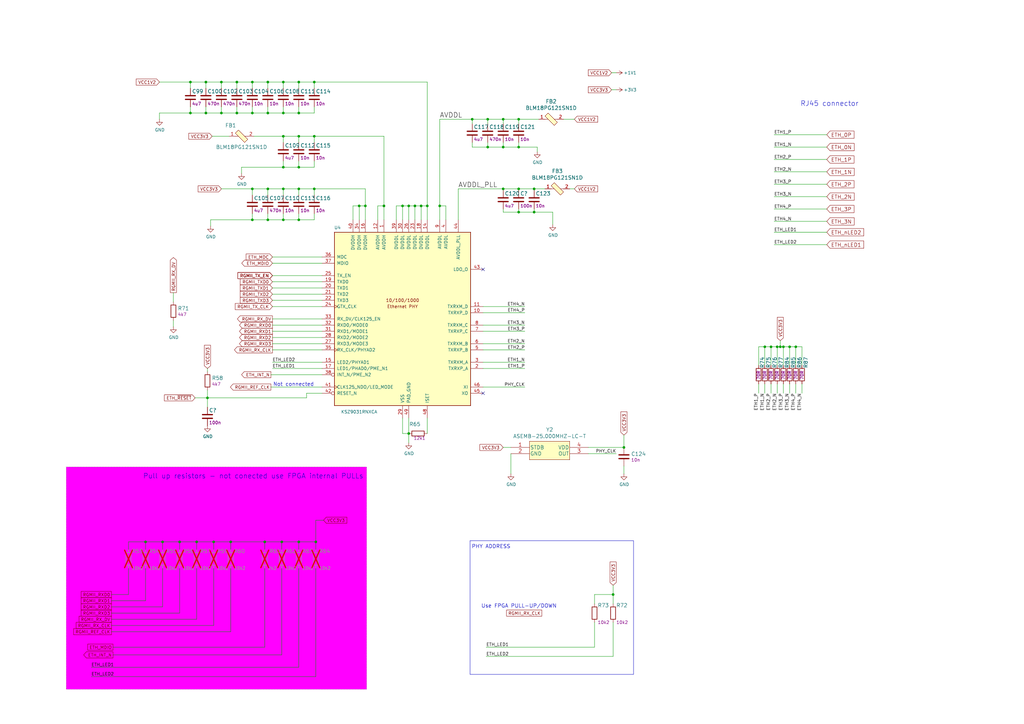
<source format=kicad_sch>
(kicad_sch (version 20231120) (generator "eeschema") (generator_version "8.0")
  (paper "A3")
  (title_block (title "${project_name}") (date "2025-03-12") (rev "${project_version}") (company "${project_creator}") (comment 1 "Reference - ecp5-dc-scm") (comment 2 "License: ${project_license}"))
  (junction (at 103.505 90.17))
  (junction (at 78.105 33.655))
  (junction (at 219.075 86.995))
  (junction (at 321.31 142.24))
  (junction (at 94.615 222.25))
  (junction (at 116.205 46.355))
  (junction (at 122.555 222.25))
  (junction (at 167.64 84.455))
  (junction (at 122.555 55.88))
  (junction (at 172.72 84.455))
  (junction (at 85.09 163.195))
  (junction (at 318.77 142.24))
  (junction (at 73.66 222.25))
  (junction (at 147.32 84.455))
  (junction (at 320.04 142.24))
  (junction (at 116.205 68.58))
  (junction (at 87.63 222.25))
  (junction (at 122.555 77.47))
  (junction (at 109.855 33.655))
  (junction (at 122.555 68.58))
  (junction (at 200.025 48.895))
  (junction (at 128.905 33.655))
  (junction (at 116.205 55.88))
  (junction (at 167.64 177.8))
  (junction (at 122.555 46.355))
  (junction (at 212.725 77.47))
  (junction (at 212.725 60.325))
  (junction (at 108.585 222.25))
  (junction (at 78.105 46.355))
  (junction (at 219.075 77.47))
  (junction (at 103.505 46.355))
  (junction (at 84.455 33.655))
  (junction (at 122.555 90.17))
  (junction (at 90.805 46.355))
  (junction (at 165.1 84.455))
  (junction (at 115.57 222.25))
  (junction (at 149.86 84.455))
  (junction (at 180.34 84.455))
  (junction (at 200.025 60.325))
  (junction (at 212.725 48.895))
  (junction (at 116.205 77.47))
  (junction (at 109.855 90.17))
  (junction (at 251.46 243.84))
  (junction (at 129.54 222.25))
  (junction (at 66.675 222.25))
  (junction (at 109.855 77.47))
  (junction (at 122.555 33.655))
  (junction (at 103.505 77.47))
  (junction (at 326.39 142.24))
  (junction (at 313.69 142.24))
  (junction (at 90.805 33.655))
  (junction (at 128.905 55.88))
  (junction (at 97.155 33.655))
  (junction (at 193.675 48.895))
  (junction (at 175.26 84.455))
  (junction (at 97.155 46.355))
  (junction (at 84.455 46.355))
  (junction (at 103.505 33.655))
  (junction (at 80.645 222.25))
  (junction (at 212.725 86.995))
  (junction (at 116.205 33.655))
  (junction (at 323.85 142.24))
  (junction (at 59.69 222.25))
  (junction (at 128.905 77.47))
  (junction (at 206.375 77.47))
  (junction (at 316.23 142.24))
  (junction (at 206.375 48.895))
  (junction (at 255.905 183.515))
  (junction (at 170.18 84.455))
  (junction (at 116.205 90.17))
  (junction (at 109.855 46.355))
  (junction (at 206.375 60.325))
  (junction (at 157.48 84.455))
  (no_connect (at 198.12 110.49))
  (no_connect (at 198.12 161.29))
  (wire (pts (xy 175.26 171.45) (xy 175.26 177.8)))
  (wire (pts (xy 165.1 177.8) (xy 167.64 177.8)))
  (wire (pts (xy 323.85 157.48) (xy 323.85 161.29)))
  (wire (pts (xy 132.08 133.35) (xy 111.76 133.35)))
  (wire (pts (xy 157.48 55.88) (xy 157.48 84.455)))
  (wire (pts (xy 193.675 60.325) (xy 193.675 58.42)))
  (wire (pts (xy 97.155 46.355) (xy 90.805 46.355)))
  (wire (pts (xy 132.08 153.67) (xy 111.125 153.67)))
  (wire (pts (xy 85.09 151.13) (xy 85.09 152.4)))
  (wire (pts (xy 109.855 46.355) (xy 103.505 46.355)))
  (wire (pts (xy 109.855 43.815) (xy 109.855 46.355)))
  (wire (pts (xy 165.1 84.455) (xy 162.56 84.455)))
  (wire (pts (xy 87.63 256.54) (xy 45.72 256.54)))
  (wire (pts (xy 162.56 84.455) (xy 162.56 90.17)))
  (wire (pts (xy 175.26 33.655) (xy 175.26 84.455)))
  (wire (pts (xy 193.675 48.895) (xy 200.025 48.895)))
  (wire (pts (xy 94.615 222.25) (xy 108.585 222.25)))
  (wire (pts (xy 317.5 55.245) (xy 339.09 55.245)))
  (wire (pts (xy 157.48 90.17) (xy 157.48 84.455)))
  (wire (pts (xy 206.375 77.47) (xy 212.725 77.47)))
  (wire (pts (xy 116.205 68.58) (xy 99.06 68.58)))
  (wire (pts (xy 209.55 186.055) (xy 209.55 194.31)))
  (wire (pts (xy 321.31 142.24) (xy 323.85 142.24)))
  (wire (pts (xy 129.54 222.25) (xy 129.54 213.36)))
  (wire (pts (xy 59.69 222.25) (xy 52.705 222.25)))
  (wire (pts (xy 241.3 186.055) (xy 252.73 186.055)))
  (wire (pts (xy 84.455 43.815) (xy 84.455 46.355)))
  (wire (pts (xy 122.555 55.88) (xy 116.205 55.88)))
  (wire (pts (xy 311.15 149.86) (xy 311.15 142.24)))
  (wire (pts (xy 128.905 43.815) (xy 128.905 46.355)))
  (wire (pts (xy 219.075 85.725) (xy 219.075 86.995)))
  (wire (pts (xy 128.905 77.47) (xy 122.555 77.47)))
  (wire (pts (xy 316.23 142.24) (xy 316.23 149.86)))
  (wire (pts (xy 219.075 78.105) (xy 219.075 77.47)))
  (wire (pts (xy 108.585 233.045) (xy 108.585 265.43)))
  (wire (pts (xy 66.675 233.045) (xy 66.675 248.92)))
  (wire (pts (xy 132.08 138.43) (xy 111.76 138.43)))
  (wire (pts (xy 86.36 90.17) (xy 86.36 92.71)))
  (wire (pts (xy 320.04 142.24) (xy 321.31 142.24)))
  (wire (pts (xy 328.93 157.48) (xy 328.93 161.29)))
  (wire (pts (xy 187.96 90.17) (xy 187.96 77.47)))
  (wire (pts (xy 241.3 183.515) (xy 255.905 183.515)))
  (wire (pts (xy 128.905 87.63) (xy 128.905 90.17)))
  (wire (pts (xy 219.075 77.47) (xy 223.52 77.47)))
  (wire (pts (xy 115.57 268.605) (xy 46.355 268.605)))
  (wire (pts (xy 175.26 84.455) (xy 172.72 84.455)))
  (wire (pts (xy 206.375 78.105) (xy 206.375 77.47)))
  (wire (pts (xy 215.265 135.89) (xy 198.12 135.89)))
  (wire (pts (xy 317.5 60.325) (xy 339.09 60.325)))
  (wire (pts (xy 182.88 84.455) (xy 180.34 84.455)))
  (wire (pts (xy 219.075 86.995) (xy 226.695 86.995)))
  (wire (pts (xy 111.76 135.89) (xy 132.08 135.89)))
  (wire (pts (xy 46.355 265.43) (xy 108.585 265.43)))
  (wire (pts (xy 200.025 60.325) (xy 206.375 60.325)))
  (wire (pts (xy 180.34 90.17) (xy 180.34 84.455)))
  (wire (pts (xy 167.64 171.45) (xy 167.64 177.8)))
  (wire (pts (xy 116.205 77.47) (xy 109.855 77.47)))
  (wire (pts (xy 215.265 125.73) (xy 198.12 125.73)))
  (wire (pts (xy 147.32 90.17) (xy 147.32 84.455)))
  (wire (pts (xy 115.57 222.25) (xy 122.555 222.25)))
  (wire (pts (xy 165.1 171.45) (xy 165.1 177.8)))
  (wire (pts (xy 125.73 161.29) (xy 125.73 163.195)))
  (wire (pts (xy 215.265 143.51) (xy 198.12 143.51)))
  (wire (pts (xy 94.615 222.25) (xy 87.63 222.25)))
  (wire (pts (xy 37.465 273.685) (xy 122.555 273.685)))
  (wire (pts (xy 52.705 222.25) (xy 52.705 225.425)))
  (wire (pts (xy 317.5 75.565) (xy 339.09 75.565)))
  (wire (pts (xy 215.265 148.59) (xy 198.12 148.59)))
  (wire (pts (xy 175.26 33.655) (xy 128.905 33.655)))
  (wire (pts (xy 122.555 87.63) (xy 122.555 90.17)))
  (wire (pts (xy 206.375 48.895) (xy 206.375 50.8)))
  (wire (pts (xy 328.93 142.24) (xy 328.93 149.86)))
  (wire (pts (xy 198.12 158.75) (xy 215.265 158.75)))
  (wire (pts (xy 157.48 55.88) (xy 128.905 55.88)))
  (wire (pts (xy 180.34 48.895) (xy 193.675 48.895)))
  (wire (pts (xy 80.645 233.045) (xy 80.645 254)))
  (wire (pts (xy 80.01 163.195) (xy 85.09 163.195)))
  (wire (pts (xy 115.57 225.425) (xy 115.57 222.25)))
  (wire (pts (xy 73.66 225.425) (xy 73.66 222.25)))
  (wire (pts (xy 215.265 140.97) (xy 198.12 140.97)))
  (wire (pts (xy 85.09 163.195) (xy 125.73 163.195)))
  (wire (pts (xy 122.555 55.88) (xy 122.555 58.42)))
  (wire (pts (xy 45.72 251.46) (xy 73.66 251.46)))
  (wire (pts (xy 132.08 148.59) (xy 111.76 148.59)))
  (wire (pts (xy 323.85 142.24) (xy 326.39 142.24)))
  (wire (pts (xy 326.39 142.24) (xy 328.93 142.24)))
  (wire (pts (xy 73.66 222.25) (xy 66.675 222.25)))
  (wire (pts (xy 78.105 46.355) (xy 65.405 46.355)))
  (wire (pts (xy 187.96 77.47) (xy 206.375 77.47)))
  (wire (pts (xy 73.66 222.25) (xy 80.645 222.25)))
  (wire (pts (xy 116.205 66.04) (xy 116.205 68.58)))
  (wire (pts (xy 94.615 225.425) (xy 94.615 222.25)))
  (wire (pts (xy 116.205 77.47) (xy 116.205 80.01)))
  (wire (pts (xy 122.555 90.17) (xy 128.905 90.17)))
  (wire (pts (xy 103.505 43.815) (xy 103.505 46.355)))
  (wire (pts (xy 243.84 243.84) (xy 243.84 247.65)))
  (wire (pts (xy 170.18 84.455) (xy 167.64 84.455)))
  (wire (pts (xy 311.15 157.48) (xy 311.15 161.29)))
  (wire (pts (xy 206.375 48.895) (xy 212.725 48.895)))
  (wire (pts (xy 93.98 55.88) (xy 86.995 55.88)))
  (wire (pts (xy 80.645 222.25) (xy 80.645 225.425)))
  (wire (pts (xy 80.645 254) (xy 45.72 254)))
  (wire (pts (xy 59.69 233.045) (xy 59.69 246.38)))
  (wire (pts (xy 94.615 233.045) (xy 94.615 259.08)))
  (wire (pts (xy 116.205 46.355) (xy 109.855 46.355)))
  (wire (pts (xy 122.555 77.47) (xy 116.205 77.47)))
  (wire (pts (xy 78.105 33.655) (xy 78.105 36.195)))
  (wire (pts (xy 84.455 46.355) (xy 78.105 46.355)))
  (wire (pts (xy 116.205 55.88) (xy 116.205 58.42)))
  (wire (pts (xy 99.06 68.58) (xy 99.06 71.12)))
  (wire (pts (xy 90.805 33.655) (xy 84.455 33.655)))
  (wire (pts (xy 149.86 77.47) (xy 149.86 84.455)))
  (wire (pts (xy 45.72 248.92) (xy 66.675 248.92)))
  (wire (pts (xy 122.555 222.25) (xy 122.555 225.425)))
  (wire (pts (xy 116.205 90.17) (xy 109.855 90.17)))
  (wire (pts (xy 320.04 139.7) (xy 320.04 142.24)))
  (wire (pts (xy 212.725 85.725) (xy 212.725 86.995)))
  (wire (pts (xy 313.69 142.24) (xy 313.69 149.86)))
  (wire (pts (xy 109.855 77.47) (xy 103.505 77.47)))
  (wire (pts (xy 212.725 86.995) (xy 219.075 86.995)))
  (wire (pts (xy 193.675 60.325) (xy 200.025 60.325)))
  (wire (pts (xy 193.675 50.8) (xy 193.675 48.895)))
  (wire (pts (xy 78.105 43.815) (xy 78.105 46.355)))
  (wire (pts (xy 132.08 158.75) (xy 111.125 158.75)))
  (wire (pts (xy 212.725 50.8) (xy 212.725 48.895)))
  (wire (pts (xy 108.585 225.425) (xy 108.585 222.25)))
  (wire (pts (xy 132.08 161.29) (xy 125.73 161.29)))
  (wire (pts (xy 255.905 191.135) (xy 255.905 194.31)))
  (wire (pts (xy 116.205 33.655) (xy 116.205 36.195)))
  (wire (pts (xy 212.725 48.895) (xy 220.98 48.895)))
  (wire (pts (xy 317.5 65.405) (xy 339.09 65.405)))
  (wire (pts (xy 323.85 142.24) (xy 323.85 149.86)))
  (wire (pts (xy 199.39 265.43) (xy 243.84 265.43)))
  (wire (pts (xy 111.76 118.11) (xy 132.08 118.11)))
  (wire (pts (xy 212.725 60.325) (xy 212.725 58.42)))
  (wire (pts (xy 200.025 48.895) (xy 206.375 48.895)))
  (wire (pts (xy 37.465 277.495) (xy 129.54 277.495)))
  (wire (pts (xy 84.455 33.655) (xy 78.105 33.655)))
  (wire (pts (xy 45.72 246.38) (xy 59.69 246.38)))
  (wire (pts (xy 66.675 222.25) (xy 59.69 222.25)))
  (wire (pts (xy 317.5 85.725) (xy 339.09 85.725)))
  (wire (pts (xy 128.905 33.655) (xy 128.905 36.195)))
  (wire (pts (xy 182.88 90.17) (xy 182.88 84.455)))
  (wire (pts (xy 122.555 43.815) (xy 122.555 46.355)))
  (wire (pts (xy 317.5 80.645) (xy 339.09 80.645)))
  (wire (pts (xy 94.615 259.08) (xy 45.72 259.08)))
  (wire (pts (xy 128.905 33.655) (xy 122.555 33.655)))
  (wire (pts (xy 144.78 84.455) (xy 144.78 90.17)))
  (wire (pts (xy 103.505 46.355) (xy 97.155 46.355)))
  (wire (pts (xy 103.505 77.47) (xy 90.805 77.47)))
  (wire (pts (xy 80.645 222.25) (xy 87.63 222.25)))
  (wire (pts (xy 255.905 183.515) (xy 255.905 178.435)))
  (wire (pts (xy 122.555 77.47) (xy 122.555 80.01)))
  (wire (pts (xy 316.23 157.48) (xy 316.23 161.29)))
  (wire (pts (xy 97.155 43.815) (xy 97.155 46.355)))
  (wire (pts (xy 122.555 68.58) (xy 128.905 68.58)))
  (wire (pts (xy 167.64 84.455) (xy 165.1 84.455)))
  (wire (pts (xy 78.105 33.655) (xy 65.405 33.655)))
  (wire (pts (xy 251.46 240.03) (xy 251.46 243.84)))
  (wire (pts (xy 128.905 55.88) (xy 128.905 58.42)))
  (wire (pts (xy 215.265 133.35) (xy 198.12 133.35)))
  (wire (pts (xy 206.375 86.995) (xy 212.725 86.995)))
  (wire (pts (xy 206.375 85.725) (xy 206.375 86.995)))
  (wire (pts (xy 111.76 105.41) (xy 132.08 105.41)))
  (wire (pts (xy 52.705 233.045) (xy 52.705 243.84)))
  (wire (pts (xy 250.825 29.845) (xy 252.73 29.845)))
  (wire (pts (xy 132.08 115.57) (xy 111.76 115.57)))
  (wire (pts (xy 212.725 78.105) (xy 212.725 77.47)))
  (wire (pts (xy 321.31 157.48) (xy 321.31 161.29)))
  (wire (pts (xy 132.08 143.51) (xy 111.76 143.51)))
  (wire (pts (xy 199.39 269.24) (xy 251.46 269.24)))
  (wire (pts (xy 167.64 90.17) (xy 167.64 84.455)))
  (wire (pts (xy 52.705 243.84) (xy 45.72 243.84)))
  (wire (pts (xy 128.905 77.47) (xy 128.905 80.01)))
  (wire (pts (xy 318.77 157.48) (xy 318.77 161.29)))
  (wire (pts (xy 122.555 46.355) (xy 116.205 46.355)))
  (wire (pts (xy 180.34 84.455) (xy 180.34 48.895)))
  (wire (pts (xy 321.31 142.24) (xy 321.31 149.86)))
  (wire (pts (xy 318.77 142.24) (xy 318.77 149.86)))
  (wire (pts (xy 122.555 222.25) (xy 129.54 222.25)))
  (wire (pts (xy 111.76 151.13) (xy 132.08 151.13)))
  (wire (pts (xy 122.555 233.045) (xy 122.555 273.685)))
  (wire (pts (xy 128.905 66.04) (xy 128.905 68.58)))
  (wire (pts (xy 109.855 87.63) (xy 109.855 90.17)))
  (wire (pts (xy 97.155 33.655) (xy 97.155 36.195)))
  (wire (pts (xy 85.09 160.02) (xy 85.09 163.195)))
  (wire (pts (xy 109.855 33.655) (xy 109.855 36.195)))
  (wire (pts (xy 313.69 157.48) (xy 313.69 161.29)))
  (wire (pts (xy 109.855 33.655) (xy 116.205 33.655)))
  (wire (pts (xy 132.08 107.95) (xy 111.76 107.95)))
  (wire (pts (xy 250.825 36.83) (xy 252.73 36.83)))
  (wire (pts (xy 84.455 33.655) (xy 84.455 36.195)))
  (wire (pts (xy 90.805 43.815) (xy 90.805 46.355)))
  (wire (pts (xy 154.94 84.455) (xy 157.48 84.455)))
  (wire (pts (xy 172.72 90.17) (xy 172.72 84.455)))
  (wire (pts (xy 115.57 233.045) (xy 115.57 268.605)))
  (wire (pts (xy 71.12 120.015) (xy 71.12 123.825)))
  (wire (pts (xy 129.54 222.25) (xy 129.54 225.425)))
  (wire (pts (xy 243.84 265.43) (xy 243.84 255.27)))
  (wire (pts (xy 317.5 100.33) (xy 339.09 100.33)))
  (wire (pts (xy 115.57 222.25) (xy 108.585 222.25)))
  (wire (pts (xy 317.5 95.25) (xy 339.09 95.25)))
  (wire (pts (xy 87.63 233.045) (xy 87.63 256.54)))
  (wire (pts (xy 147.32 84.455) (xy 144.78 84.455)))
  (wire (pts (xy 59.69 222.25) (xy 59.69 225.425)))
  (wire (pts (xy 128.905 55.88) (xy 122.555 55.88)))
  (wire (pts (xy 149.86 90.17) (xy 149.86 84.455)))
  (wire (pts (xy 129.54 213.36) (xy 132.715 213.36)))
  (wire (pts (xy 311.15 142.24) (xy 313.69 142.24)))
  (wire (pts (xy 103.505 90.17) (xy 86.36 90.17)))
  (wire (pts (xy 233.68 77.47) (xy 235.585 77.47)))
  (wire (pts (xy 116.205 87.63) (xy 116.205 90.17)))
  (wire (pts (xy 251.46 243.84) (xy 251.46 247.65)))
  (wire (pts (xy 317.5 90.805) (xy 339.09 90.805)))
  (wire (pts (xy 90.805 46.355) (xy 84.455 46.355)))
  (wire (pts (xy 109.855 77.47) (xy 109.855 80.01)))
  (wire (pts (xy 116.205 68.58) (xy 122.555 68.58)))
  (wire (pts (xy 116.205 43.815) (xy 116.205 46.355)))
  (wire (pts (xy 116.205 55.88) (xy 104.14 55.88)))
  (wire (pts (xy 326.39 157.48) (xy 326.39 161.29)))
  (wire (pts (xy 226.695 86.995) (xy 226.695 92.075)))
  (wire (pts (xy 243.84 243.84) (xy 251.46 243.84)))
  (wire (pts (xy 215.265 128.27) (xy 198.12 128.27)))
  (wire (pts (xy 73.66 233.045) (xy 73.66 251.46)))
  (wire (pts (xy 129.54 233.045) (xy 129.54 277.495)))
  (wire (pts (xy 149.86 77.47) (xy 128.905 77.47)))
  (wire (pts (xy 116.205 33.655) (xy 122.555 33.655)))
  (wire (pts (xy 165.1 90.17) (xy 165.1 84.455)))
  (wire (pts (xy 85.09 163.195) (xy 85.09 167.005)))
  (wire (pts (xy 212.725 77.47) (xy 219.075 77.47)))
  (wire (pts (xy 206.375 58.42) (xy 206.375 60.325)))
  (wire (pts (xy 128.905 46.355) (xy 122.555 46.355)))
  (wire (pts (xy 90.805 33.655) (xy 90.805 36.195)))
  (wire (pts (xy 111.76 140.97) (xy 132.08 140.97)))
  (wire (pts (xy 65.405 46.355) (xy 65.405 48.895)))
  (wire (pts (xy 170.18 90.17) (xy 170.18 84.455)))
  (wire (pts (xy 103.505 77.47) (xy 103.505 80.01)))
  (wire (pts (xy 200.025 58.42) (xy 200.025 60.325)))
  (wire (pts (xy 167.64 177.8) (xy 167.64 181.61)))
  (wire (pts (xy 206.375 183.515) (xy 209.55 183.515)))
  (wire (pts (xy 103.505 33.655) (xy 109.855 33.655)))
  (wire (pts (xy 212.725 60.325) (xy 220.345 60.325)))
  (wire (pts (xy 149.86 84.455) (xy 147.32 84.455)))
  (wire (pts (xy 103.505 33.655) (xy 103.505 36.195)))
  (wire (pts (xy 111.76 113.03) (xy 132.08 113.03)))
  (wire (pts (xy 132.08 120.65) (xy 111.76 120.65)))
  (wire (pts (xy 109.855 90.17) (xy 103.505 90.17)))
  (wire (pts (xy 154.94 90.17) (xy 154.94 84.455)))
  (wire (pts (xy 200.025 50.8) (xy 200.025 48.895)))
  (wire (pts (xy 172.72 84.455) (xy 170.18 84.455)))
  (wire (pts (xy 215.265 151.13) (xy 198.12 151.13)))
  (wire (pts (xy 231.14 48.895) (xy 235.585 48.895)))
  (wire (pts (xy 220.345 60.325) (xy 220.345 62.23)))
  (wire (pts (xy 71.12 131.445) (xy 71.12 133.985)))
  (wire (pts (xy 122.555 90.17) (xy 116.205 90.17)))
  (wire (pts (xy 313.69 142.24) (xy 316.23 142.24)))
  (wire (pts (xy 316.23 142.24) (xy 318.77 142.24)))
  (wire (pts (xy 317.5 70.485) (xy 339.09 70.485)))
  (wire (pts (xy 103.505 87.63) (xy 103.505 90.17)))
  (wire (pts (xy 175.26 90.17) (xy 175.26 84.455)))
  (wire (pts (xy 251.46 269.24) (xy 251.46 255.27)))
  (wire (pts (xy 326.39 142.24) (xy 326.39 149.86)))
  (wire (pts (xy 97.155 33.655) (xy 103.505 33.655)))
  (wire (pts (xy 87.63 222.25) (xy 87.63 225.425)))
  (wire (pts (xy 206.375 60.325) (xy 212.725 60.325)))
  (wire (pts (xy 132.08 125.73) (xy 111.76 125.73)))
  (wire (pts (xy 122.555 66.04) (xy 122.555 68.58)))
  (wire (pts (xy 97.155 33.655) (xy 90.805 33.655)))
  (wire (pts (xy 122.555 33.655) (xy 122.555 36.195)))
  (wire (pts (xy 111.76 130.81) (xy 132.08 130.81)))
  (wire (pts (xy 66.675 225.425) (xy 66.675 222.25)))
  (wire (pts (xy 111.76 123.19) (xy 132.08 123.19)))
  (wire (pts (xy 318.77 142.24) (xy 320.04 142.24)))
  (rectangle (start 27.178 191.516) (end 150.368 282.702) (stroke (width 0) (type dot) (color 0 0 0 1)) (fill (type color) (color 255 0 255 1)))
  (rectangle (start 192.786 221.742) (end 259.842 276.606))
  (text "Pull up resistors - not conected use FPGA internal PULLs" (at 58.674 196.596 0) (effects (font (size 2.0066 2.0066)) (justify left bottom)))
  (text "PHY ADDRESS" (at 201.422 224.282 0) (effects (font (size 1.524 1.524))))
  (text "RJ45 connector" (at 328.295 43.815 0) (effects (font (size 2.0066 2.0066)) (justify left bottom)))
  (text "Not connected" (at 120.396 157.734 0) (effects (font (size 1.524 1.524))))
  (text "Use FPGA PULL-UP/DOWN" (at 212.852 248.666 0) (effects (font (size 1.524 1.524))))
  (label "ETH4_P" (at 326.39 161.29 270))
  (label "ETH2_N" (at 318.77 161.29 270))
  (label "ETH_LED2" (at 111.76 148.59 0))
  (label "ETH1_N" (at 215.265 148.59 180))
  (label "ETH_LED2" (at 317.5 100.33 0))
  (label "ETH4_P" (at 215.265 128.27 180))
  (label "ETH4_N" (at 328.93 161.29 270))
  (label "ETH4_N" (at 215.265 125.73 180))
  (label "ETH2_N" (at 317.5 70.485 0))
  (label "ETH4_N" (at 317.5 90.805 0))
  (label "ETH_LED1" (at 111.76 151.13 0))
  (label "ETH2_P" (at 316.23 161.29 270))
  (label "ETH2_N" (at 215.265 140.97 180))
  (label "ETH1_N" (at 317.5 60.325 0))
  (label "ETH_LED2" (at 199.39 269.24 0))
  (label "PHY_CLK" (at 215.265 158.75 180))
  (label "ETH2_P" (at 215.265 143.51 180))
  (label "AVDDL" (at 180.34 48.895 0) (effects (font (size 2.0066 2.0066))))
  (label "ETH4_P" (at 317.5 85.725 0))
  (label "ETH3_N" (at 323.85 161.29 270))
  (label "ETH1_P" (at 317.5 55.245 0))
  (label "ETH_LED1" (at 317.5 95.25 0))
  (label "ETH1_P" (at 215.265 151.13 180))
  (label "ETH1_N" (at 313.69 161.29 270))
  (label "AVDDL_PLL" (at 187.96 77.47 0) (effects (font (size 2.0066 2.0066))))
  (label "ETH_LED1" (at 37.465 273.685 0))
  (label "ETH3_N" (at 215.265 133.35 180))
  (label "ETH_LED2" (at 37.465 277.495 0))
  (label "ETH2_P" (at 317.5 65.405 0))
  (label "ETH1_P" (at 311.15 161.29 270))
  (label "ETH3_P" (at 317.5 75.565 0))
  (label "ETH3_N" (at 317.5 80.645 0))
  (label "PHY_CLK" (at 252.73 186.055 180))
  (label "ETH3_P" (at 321.31 161.29 270))
  (label "ETH_LED1" (at 199.39 265.43 0))
  (label "ETH3_P" (at 215.265 135.89 180))
  (global_label "RGMII_REF_CLK" (shape output) (at 111.125 158.75 180) (property "Intersheetrefs" "${INTERSHEET_REFS}" (effects (hide yes))))
  (global_label "VCC3V3" (shape input) (at 86.995 55.88 180) (property "Intersheetrefs" "${INTERSHEET_REFS}" (effects (hide yes))))
  (global_label "ETH_0N" (shape input) (at 339.09 60.325 0) (effects (font (size 1.524 1.524))) (property "Intersheetrefs" "${INTERSHEET_REFS}" (effects (hide yes))))
  (global_label "ETH_0P" (shape input) (at 339.09 55.245 0) (effects (font (size 1.524 1.524))) (property "Intersheetrefs" "${INTERSHEET_REFS}" (effects (hide yes))))
  (global_label "RGMII_RX_CLK" (shape passive) (at 222.25 251.46 180) (property "Intersheetrefs" "${INTERSHEET_REFS}" (effects (hide yes))))
  (global_label "RGMII_RXD1" (shape passive) (at 45.72 246.38 180) (property "Intersheetrefs" "${INTERSHEET_REFS}" (effects (hide yes))))
  (global_label "RGMII_TXD3" (shape input) (at 111.76 123.19 180) (property "Intersheetrefs" "${INTERSHEET_REFS}" (effects (hide yes))))
  (global_label "RGMII_RXD2" (shape passive) (at 45.72 248.92 180) (property "Intersheetrefs" "${INTERSHEET_REFS}" (effects (hide yes))))
  (global_label "VCC1V2" (shape input) (at 250.825 29.845 180) (property "Intersheetrefs" "${INTERSHEET_REFS}" (effects (hide yes))))
  (global_label "VCC3V3" (shape input) (at 251.46 240.03 90) (property "Intersheetrefs" "${INTERSHEET_REFS}" (effects (hide yes))))
  (global_label "ETH_MDIO" (shape bidirectional) (at 111.76 107.95 180) (property "Intersheetrefs" "${INTERSHEET_REFS}" (effects (hide yes))))
  (global_label "RGMII_RXD2" (shape output) (at 111.76 138.43 180) (property "Intersheetrefs" "${INTERSHEET_REFS}" (effects (hide yes))))
  (global_label "VCC3V3" (shape input) (at 206.375 183.515 180) (property "Intersheetrefs" "${INTERSHEET_REFS}" (effects (hide yes))))
  (global_label "VCC3V3" (shape input) (at 85.09 151.13 90) (property "Intersheetrefs" "${INTERSHEET_REFS}" (effects (hide yes))))
  (global_label "ETH_~{RESET}" (shape input) (at 80.01 163.195 180) (property "Intersheetrefs" "${INTERSHEET_REFS}" (effects (hide yes))))
  (global_label "ETH_1P" (shape input) (at 339.09 65.405 0) (effects (font (size 1.524 1.524))) (property "Intersheetrefs" "${INTERSHEET_REFS}" (effects (hide yes))))
  (global_label "ETH_3N" (shape input) (at 339.09 90.805 0) (effects (font (size 1.524 1.524))) (property "Intersheetrefs" "${INTERSHEET_REFS}" (effects (hide yes))))
  (global_label "ETH_2P" (shape input) (at 339.09 75.565 0) (effects (font (size 1.524 1.524))) (property "Intersheetrefs" "${INTERSHEET_REFS}" (effects (hide yes))))
  (global_label "ETH_3P" (shape input) (at 339.09 85.725 0) (effects (font (size 1.524 1.524))) (property "Intersheetrefs" "${INTERSHEET_REFS}" (effects (hide yes))))
  (global_label "RGMII_RX_DV" (shape passive) (at 45.72 254 180) (property "Intersheetrefs" "${INTERSHEET_REFS}" (effects (hide yes))))
  (global_label "RGMII_RXD3" (shape output) (at 111.76 140.97 180) (property "Intersheetrefs" "${INTERSHEET_REFS}" (effects (hide yes))))
  (global_label "RGMII_RX_CLK" (shape passive) (at 45.72 256.54 180) (property "Intersheetrefs" "${INTERSHEET_REFS}" (effects (hide yes))))
  (global_label "VCC3V3" (shape input) (at 255.905 178.435 90) (property "Intersheetrefs" "${INTERSHEET_REFS}" (effects (hide yes))))
  (global_label "RGMII_RXD0" (shape passive) (at 45.72 243.84 180) (property "Intersheetrefs" "${INTERSHEET_REFS}" (effects (hide yes))))
  (global_label "VCC3V3" (shape input) (at 132.715 213.36 0) (property "Intersheetrefs" "${INTERSHEET_REFS}" (effects (hide yes))))
  (global_label "ETH_INT_N" (shape output) (at 46.355 268.605 180) (property "Intersheetrefs" "${INTERSHEET_REFS}" (effects (hide yes))))
  (global_label "ETH_MDIO" (shape passive) (at 46.355 265.43 180) (property "Intersheetrefs" "${INTERSHEET_REFS}" (effects (hide yes))))
  (global_label "VCC1V2" (shape input) (at 65.405 33.655 180) (property "Intersheetrefs" "${INTERSHEET_REFS}" (effects (hide yes))))
  (global_label "VCC3V3" (shape input) (at 90.805 77.47 180) (property "Intersheetrefs" "${INTERSHEET_REFS}" (effects (hide yes))))
  (global_label "RGMII_RXD1" (shape output) (at 111.76 135.89 180) (property "Intersheetrefs" "${INTERSHEET_REFS}" (effects (hide yes))))
  (global_label "RGMII_RX_DV" (shape output) (at 111.76 130.81 180) (property "Intersheetrefs" "${INTERSHEET_REFS}" (effects (hide yes))))
  (global_label "VCC1V2" (shape input) (at 235.585 48.895 0) (property "Intersheetrefs" "${INTERSHEET_REFS}" (effects (hide yes))))
  (global_label "RGMII_RXD0" (shape output) (at 111.76 133.35 180) (property "Intersheetrefs" "${INTERSHEET_REFS}" (effects (hide yes))))
  (global_label "VCC3V3" (shape input) (at 250.825 36.83 180) (property "Intersheetrefs" "${INTERSHEET_REFS}" (effects (hide yes))))
  (global_label "RGMII_TX_CLK" (shape input) (at 111.76 125.73 180) (property "Intersheetrefs" "${INTERSHEET_REFS}" (effects (hide yes))))
  (global_label "RGMII_REF_CLK" (shape passive) (at 45.72 259.08 180) (property "Intersheetrefs" "${INTERSHEET_REFS}" (effects (hide yes))))
  (global_label "ETH_INT_N" (shape output) (at 111.125 153.67 180) (property "Intersheetrefs" "${INTERSHEET_REFS}" (effects (hide yes))))
  (global_label "VCC1V2" (shape input) (at 235.585 77.47 0) (property "Intersheetrefs" "${INTERSHEET_REFS}" (effects (hide yes))))
  (global_label "VCC3V3" (shape input) (at 320.04 139.7 90) (property "Intersheetrefs" "${INTERSHEET_REFS}" (effects (hide yes))))
  (global_label "RGMII_TXD1" (shape input) (at 111.76 118.11 180) (property "Intersheetrefs" "${INTERSHEET_REFS}" (effects (hide yes))))
  (global_label "RGMII_RX_CLK" (shape output) (at 111.76 143.51 180) (property "Intersheetrefs" "${INTERSHEET_REFS}" (effects (hide yes))))
  (global_label "ETH_nLED1" (shape input) (at 339.09 100.33 0) (effects (font (size 1.524 1.524))) (property "Intersheetrefs" "${INTERSHEET_REFS}" (effects (hide yes))))
  (global_label "ETH_nLED2" (shape input) (at 339.09 95.25 0) (effects (font (size 1.524 1.524))) (property "Intersheetrefs" "${INTERSHEET_REFS}" (effects (hide yes))))
  (global_label "RGMII_TX_EN" (shape input) (at 111.76 113.03 180) (property "Intersheetrefs" "${INTERSHEET_REFS}" (effects (hide yes))))
  (global_label "ETH_1N" (shape input) (at 339.09 70.485 0) (effects (font (size 1.524 1.524))) (property "Intersheetrefs" "${INTERSHEET_REFS}" (effects (hide yes))))
  (global_label "RGMII_TXD2" (shape input) (at 111.76 120.65 180) (property "Intersheetrefs" "${INTERSHEET_REFS}" (effects (hide yes))))
  (global_label "RGMII_RX_DV" (shape output) (at 71.12 120.015 90) (property "Intersheetrefs" "${INTERSHEET_REFS}" (effects (hide yes))))
  (global_label "RGMII_RXD3" (shape passive) (at 45.72 251.46 180) (property "Intersheetrefs" "${INTERSHEET_REFS}" (effects (hide yes))))
  (global_label "RGMII_TX_EN" (shape input) (at 111.76 113.03 180) (property "Intersheetrefs" "${INTERSHEET_REFS}" (effects (hide yes))))
  (global_label "RGMII_TXD0" (shape input) (at 111.76 115.57 180) (property "Intersheetrefs" "${INTERSHEET_REFS}" (effects (hide yes))))
  (global_label "ETH_2N" (shape input) (at 339.09 80.645 0) (effects (font (size 1.524 1.524))) (property "Intersheetrefs" "${INTERSHEET_REFS}" (effects (hide yes))))
  (global_label "ETH_MDC" (shape input) (at 111.76 105.41 180) (property "Intersheetrefs" "${INTERSHEET_REFS}" (effects (hide yes))))
  (symbol (lib_id "ecp5-dc-scm:R_2k2_0402") (at 108.585 229.235 270) (unit 1) (exclude_from_sim yes) (in_bom no) (on_board no) (dnp yes)
    (property "Reference" "R61" (at 110.49 226.06 90) (effects (font (size 1.524 1.524)) (justify left)))
    (property "Value" "2k2" (effects (hide yes)))
    (property "Manufacturer" "YAGEO" (effects (hide yes)))
    (property "MPN" "RC0402FR-072K2L" (effects (hide yes)))
    (property "Val" "2k2" (at 109.855 233.045 90) (effects (justify left)))
  )
  (symbol (lib_id "ecp5-dc-scm:C_4u7_0402") (at 193.675 54.61 0) (unit 1)
    (property "Reference" "C117" (at 194.31 52.07 0) (effects (font (size 1.524 1.524)) (justify left)))
    (property "Value" "4u7" (effects (hide yes)))
    (property "Footprint" "Capacitor_SMD:C_0402_1005Metric" (effects (hide yes)))
    (property "Manufacturer" "MURATA" (effects (hide yes)))
    (property "MPN" "GRM155R61A475MEAAD" (effects (hide yes)))
    (property "Val" "4u7" (at 194.31 57.15 0) (effects (justify left)))
  )
  (symbol (lib_id "ecp5-dc-scm:C_470n_0402") (at 200.025 54.61 0) (unit 1)
    (property "Reference" "C118" (at 200.66 52.07 0) (effects (font (size 1.524 1.524)) (justify left)))
    (property "Value" "470n" (effects (hide yes)))
    (property "Footprint" "Capacitor_SMD:C_0402_1005Metric" (effects (hide yes)))
    (property "Manufacturer" "TDK" (effects (hide yes)))
    (property "MPN" "C1005X5R1E474M050BB" (effects (hide yes)))
    (property "Val" "470n" (at 200.66 57.15 0) (effects (justify left)))
  )
  (symbol (lib_id "ecp5-dc-scm:C_10n_0402") (at 206.375 54.61 0) (unit 1)
    (property "Reference" "C119" (at 207.01 52.07 0) (effects (font (size 1.524 1.524)) (justify left)))
    (property "Value" "10n" (effects (hide yes)))
    (property "Footprint" "Capacitor_SMD:C_0402_1005Metric" (effects (hide yes)))
    (property "Manufacturer" "AVX" (effects (hide yes)))
    (property "MPN" "04025G103ZAT2A" (effects (hide yes)))
    (property "Val" "10n" (at 207.01 57.15 0) (effects (justify left)))
  )
  (symbol (lib_id "ecp5-dc-scm:C_100n_0402") (at 212.725 81.915 0) (unit 1)
    (property "Reference" "C?" (at 213.36 79.375 0) (effects (font (size 1.524 1.524)) (justify left)))
    (property "Value" "100n" (effects (hide yes)))
    (property "Footprint" "Capacitor_SMD:C_0402_1005Metric" (effects (hide yes)))
    (property "Manufacturer" "Walsin" (effects (hide yes)))
    (property "MPN" "0402X104K6R3CT" (effects (hide yes)))
    (property "Val" "100n" (at 213.36 84.455 0) (effects (justify left)))
    (instances (project "" (path "" (reference "C?") (unit 1)) (path "" (reference "C122") (unit 1))))
  )
  (symbol (lib_id "ecp5-dc-scm:ASEMB-25.000MHZ-LC-T") (at 209.55 183.515 0) (unit 1)
    (property "Reference" "Y2" (at 225.425 176.2252 0) (effects (font (size 1.524 1.524))))
    (property "Value" "ASEMB-25.000MHZ-LC-T" (at 225.425 178.9176 0) (effects (font (size 1.524 1.524))))
    (property "Footprint" "ecp5-dc-scm:OSC_ASEM1-16.000MHZ-LC-T" (effects (hide yes)))
    (property "Datasheet" "http://www.farnell.com/datasheets/2581438.pdf" (effects (hide yes)))
  )
  (symbol (lib_id "ecp5-dc-scm:C_10n_0402") (at 255.905 187.325 0) (unit 1)
    (property "Reference" "C124" (at 258.826 186.182 0) (effects (font (size 1.524 1.524)) (justify left)))
    (property "Value" "10n" (effects (hide yes)))
    (property "Footprint" "Capacitor_SMD:C_0402_1005Metric" (effects (hide yes)))
    (property "Manufacturer" "AVX" (effects (hide yes)))
    (property "MPN" "04025G103ZAT2A" (effects (hide yes)))
    (property "Val" "10n" (at 258.826 188.6712 0) (effects (justify left)))
  )
  (symbol (lib_id "ecp5-dc-scm:C_10n_0402") (at 212.725 54.61 0) (unit 1)
    (property "Reference" "C121" (at 213.36 52.07 0) (effects (font (size 1.524 1.524)) (justify left)))
    (property "Value" "10n" (effects (hide yes)))
    (property "Footprint" "Capacitor_SMD:C_0402_1005Metric" (effects (hide yes)))
    (property "Manufacturer" "AVX" (effects (hide yes)))
    (property "MPN" "04025G103ZAT2A" (effects (hide yes)))
    (property "Val" "10n" (at 213.36 57.15 0) (effects (justify left)))
  )
  (symbol (lib_id "ecp5-dc-scm:C_4u7_0402") (at 206.375 81.915 0) (unit 1)
    (property "Reference" "C120" (at 207.01 79.375 0) (effects (font (size 1.524 1.524)) (justify left)))
    (property "Value" "4u7" (effects (hide yes)))
    (property "Footprint" "Capacitor_SMD:C_0402_1005Metric" (effects (hide yes)))
    (property "Manufacturer" "MURATA" (effects (hide yes)))
    (property "MPN" "GRM155R61A475MEAAD" (effects (hide yes)))
    (property "Val" "4u7" (at 207.01 84.455 0) (effects (justify left)))
  )
  (symbol (lib_id "ecp5-dc-scm:C_10n_0402") (at 219.075 81.915 0) (unit 1)
    (property "Reference" "C123" (at 219.71 79.375 0) (effects (font (size 1.524 1.524)) (justify left)))
    (property "Value" "10n" (effects (hide yes)))
    (property "Footprint" "Capacitor_SMD:C_0402_1005Metric" (effects (hide yes)))
    (property "Manufacturer" "AVX" (effects (hide yes)))
    (property "MPN" "04025G103ZAT2A" (effects (hide yes)))
    (property "Val" "10n" (at 219.71 84.455 0) (effects (justify left)))
  )
  (symbol (lib_id "ecp5-dc-scm:GND") (at 255.905 194.31 0) (unit 1)
    (property "Reference" "#PWR030" (effects (hide yes)))
    (property "Value" "GND" (at 256.032 198.7042 0))
  )
  (symbol (lib_id "ecp5-dc-scm:GND") (at 209.55 194.31 0) (unit 1)
    (property "Reference" "#PWR026" (effects (hide yes)))
    (property "Value" "GND" (at 209.677 198.7042 0))
  )
  (symbol (lib_id "ecp5-dc-scm:GND") (at 226.695 92.075 0) (unit 1)
    (property "Reference" "#PWR028" (effects (hide yes)))
    (property "Value" "GND" (at 226.822 96.4692 0))
  )
  (symbol (lib_id "ecp5-dc-scm:GND") (at 220.345 62.23 0) (unit 1)
    (property "Reference" "#PWR027" (effects (hide yes)))
    (property "Value" "GND" (at 220.472 66.6242 0))
  )
  (symbol (lib_id "ecp5-dc-scm:GND") (at 167.64 181.61 0) (unit 1)
    (property "Reference" "#PWR024" (effects (hide yes)))
    (property "Value" "GND" (at 167.767 186.0042 0))
  )
  (symbol (lib_id "ecp5-dc-scm:R_10k2_0402") (at 52.705 229.235 90) (unit 1) (exclude_from_sim yes) (in_bom no) (on_board no) (dnp yes)
    (property "Reference" "R53" (at 53.975 226.06 90) (effects (font (size 1.524 1.524)) (justify right)))
    (property "Value" "10k2" (effects (hide yes)))
    (property "Manufacturer" "MULTICOMP PRO" (effects (hide yes)))
    (property "MPN" "MCWR04X1022FTL" (effects (hide yes)))
    (property "Val" "10k2" (at 53.975 233.045 90) (effects (justify right)))
  )
  (symbol (lib_id "ecp5-dc-scm:R_10k2_0402") (at 59.69 229.235 90) (unit 1) (exclude_from_sim yes) (in_bom no) (on_board no) (dnp yes)
    (property "Reference" "R54" (at 60.96 226.06 90) (effects (font (size 1.524 1.524)) (justify right)))
    (property "Value" "10k2" (effects (hide yes)))
    (property "Manufacturer" "MULTICOMP PRO" (effects (hide yes)))
    (property "MPN" "MCWR04X1022FTL" (effects (hide yes)))
    (property "Val" "10k2" (at 60.96 233.045 90) (effects (justify right)))
  )
  (symbol (lib_id "ecp5-dc-scm:R_10k2_0402") (at 66.675 229.235 90) (unit 1) (exclude_from_sim yes) (in_bom no) (on_board no) (dnp yes)
    (property "Reference" "R55" (at 67.945 226.06 90) (effects (font (size 1.524 1.524)) (justify right)))
    (property "Value" "10k2" (effects (hide yes)))
    (property "Manufacturer" "MULTICOMP PRO" (effects (hide yes)))
    (property "MPN" "MCWR04X1022FTL" (effects (hide yes)))
    (property "Val" "10k2" (at 67.945 233.045 90) (effects (justify right)))
  )
  (symbol (lib_id "ecp5-dc-scm:R_10k2_0402") (at 73.66 229.235 90) (unit 1) (exclude_from_sim yes) (in_bom no) (on_board no) (dnp yes)
    (property "Reference" "R56" (at 74.93 226.06 90) (effects (font (size 1.524 1.524)) (justify right)))
    (property "Value" "10k2" (effects (hide yes)))
    (property "Manufacturer" "MULTICOMP PRO" (effects (hide yes)))
    (property "MPN" "MCWR04X1022FTL" (effects (hide yes)))
    (property "Val" "10k2" (at 74.93 233.045 90) (effects (justify right)))
  )
  (symbol (lib_id "ecp5-dc-scm:R_10k2_0402") (at 80.645 229.235 90) (unit 1) (exclude_from_sim yes) (in_bom no) (on_board no) (dnp yes)
    (property "Reference" "R57" (at 81.915 226.06 90) (effects (font (size 1.524 1.524)) (justify right)))
    (property "Value" "10k2" (effects (hide yes)))
    (property "Manufacturer" "MULTICOMP PRO" (effects (hide yes)))
    (property "MPN" "MCWR04X1022FTL" (effects (hide yes)))
    (property "Val" "10k2" (at 81.915 233.045 90) (effects (justify right)))
  )
  (symbol (lib_id "ecp5-dc-scm:R_10k2_0402") (at 87.63 229.235 90) (unit 1) (exclude_from_sim yes) (in_bom no) (on_board no) (dnp yes)
    (property "Reference" "R59" (at 88.9 226.06 90) (effects (font (size 1.524 1.524)) (justify right)))
    (property "Value" "10k2" (effects (hide yes)))
    (property "Manufacturer" "MULTICOMP PRO" (effects (hide yes)))
    (property "MPN" "MCWR04X1022FTL" (effects (hide yes)))
    (property "Val" "10k2" (at 88.9 233.045 90) (effects (justify right)))
  )
  (symbol (lib_id "ecp5-dc-scm:R_10k2_0402") (at 94.615 229.235 90) (unit 1) (exclude_from_sim yes) (in_bom no) (on_board no) (dnp yes)
    (property "Reference" "R60" (at 95.885 226.06 90) (effects (font (size 1.524 1.524)) (justify right)))
    (property "Value" "10k2" (effects (hide yes)))
    (property "Manufacturer" "MULTICOMP PRO" (effects (hide yes)))
    (property "MPN" "MCWR04X1022FTL" (effects (hide yes)))
    (property "Val" "10k2" (at 95.885 233.045 90) (effects (justify right)))
  )
  (symbol (lib_id "ecp5-dc-scm:R_10k2_0402") (at 115.57 229.235 90) (unit 1) (exclude_from_sim yes) (in_bom no) (on_board no) (dnp yes)
    (property "Reference" "R62" (at 116.84 226.06 90) (effects (font (size 1.524 1.524)) (justify right)))
    (property "Value" "10k2" (effects (hide yes)))
    (property "Manufacturer" "MULTICOMP PRO" (effects (hide yes)))
    (property "MPN" "MCWR04X1022FTL" (effects (hide yes)))
    (property "Val" "10k2" (at 116.84 233.045 90) (effects (justify right)))
  )
  (symbol (lib_id "ecp5-dc-scm:R_10k2_0402") (at 129.54 229.235 90) (unit 1) (exclude_from_sim yes) (in_bom no) (on_board no) (dnp yes)
    (property "Reference" "R64" (at 130.81 226.06 90) (effects (font (size 1.524 1.524)) (justify right)))
    (property "Value" "10k2" (effects (hide yes)))
    (property "Manufacturer" "MULTICOMP PRO" (effects (hide yes)))
    (property "MPN" "MCWR04X1022FTL" (effects (hide yes)))
    (property "Val" "10k2" (at 130.81 233.045 90) (effects (justify right)))
  )
  (symbol (lib_id "ecp5-dc-scm:R_10k2_0402") (at 122.555 229.235 90) (unit 1) (exclude_from_sim yes) (in_bom no) (on_board no) (dnp yes)
    (property "Reference" "R63" (at 123.825 226.06 90) (effects (font (size 1.524 1.524)) (justify right)))
    (property "Value" "10k2" (effects (hide yes)))
    (property "Manufacturer" "MULTICOMP PRO" (effects (hide yes)))
    (property "MPN" "MCWR04X1022FTL" (effects (hide yes)))
    (property "Val" "10k2" (at 123.825 233.045 90) (effects (justify right)))
  )
  (symbol (lib_id "ecp5-dc-scm:C_10n_0402") (at 122.555 40.005 0) (unit 1)
    (property "Reference" "C111" (at 123.19 37.465 0) (effects (font (size 1.524 1.524)) (justify left)))
    (property "Value" "10n" (effects (hide yes)))
    (property "Footprint" "Capacitor_SMD:C_0402_1005Metric" (effects (hide yes)))
    (property "Manufacturer" "AVX" (effects (hide yes)))
    (property "MPN" "04025G103ZAT2A" (effects (hide yes)))
    (property "Val" "10n" (at 123.19 42.545 0) (effects (justify left)))
  )
  (symbol (lib_id "ecp5-dc-scm:C_10n_0402") (at 128.905 40.005 0) (unit 1)
    (property "Reference" "C114" (at 129.54 37.465 0) (effects (font (size 1.524 1.524)) (justify left)))
    (property "Value" "10n" (effects (hide yes)))
    (property "Footprint" "Capacitor_SMD:C_0402_1005Metric" (effects (hide yes)))
    (property "Manufacturer" "AVX" (effects (hide yes)))
    (property "MPN" "04025G103ZAT2A" (effects (hide yes)))
    (property "Val" "10n" (at 129.54 42.545 0) (effects (justify left)))
  )
  (symbol (lib_id "ecp5-dc-scm:C_10n_0402") (at 109.855 40.005 0) (unit 1)
    (property "Reference" "C106" (at 110.49 37.465 0) (effects (font (size 1.524 1.524)) (justify left)))
    (property "Value" "10n" (effects (hide yes)))
    (property "Footprint" "Capacitor_SMD:C_0402_1005Metric" (effects (hide yes)))
    (property "Manufacturer" "AVX" (effects (hide yes)))
    (property "MPN" "04025G103ZAT2A" (effects (hide yes)))
    (property "Val" "10n" (at 110.49 42.545 0) (effects (justify left)))
  )
  (symbol (lib_id "ecp5-dc-scm:C_10n_0402") (at 116.205 40.005 0) (unit 1)
    (property "Reference" "C108" (at 116.84 37.465 0) (effects (font (size 1.524 1.524)) (justify left)))
    (property "Value" "10n" (effects (hide yes)))
    (property "Footprint" "Capacitor_SMD:C_0402_1005Metric" (effects (hide yes)))
    (property "Manufacturer" "AVX" (effects (hide yes)))
    (property "MPN" "04025G103ZAT2A" (effects (hide yes)))
    (property "Val" "10n" (at 116.84 42.545 0) (effects (justify left)))
  )
  (symbol (lib_id "ecp5-dc-scm:C_10n_0402") (at 122.555 62.23 0) (unit 1)
    (property "Reference" "C112" (at 123.19 59.69 0) (effects (font (size 1.524 1.524)) (justify left)))
    (property "Value" "10n" (effects (hide yes)))
    (property "Footprint" "Capacitor_SMD:C_0402_1005Metric" (effects (hide yes)))
    (property "Manufacturer" "AVX" (effects (hide yes)))
    (property "MPN" "04025G103ZAT2A" (effects (hide yes)))
    (property "Val" "10n" (at 123.19 64.77 0) (effects (justify left)))
  )
  (symbol (lib_id "ecp5-dc-scm:C_10n_0402") (at 103.505 40.005 0) (unit 1)
    (property "Reference" "C104" (at 104.14 37.465 0) (effects (font (size 1.524 1.524)) (justify left)))
    (property "Value" "10n" (effects (hide yes)))
    (property "Footprint" "Capacitor_SMD:C_0402_1005Metric" (effects (hide yes)))
    (property "Manufacturer" "AVX" (effects (hide yes)))
    (property "MPN" "04025G103ZAT2A" (effects (hide yes)))
    (property "Val" "10n" (at 104.14 42.545 0) (effects (justify left)))
  )
  (symbol (lib_id "ecp5-dc-scm:C_4u7_0402") (at 78.105 40.005 0) (unit 1)
    (property "Reference" "C99" (at 78.74 37.465 0) (effects (font (size 1.524 1.524)) (justify left)))
    (property "Value" "4u7" (effects (hide yes)))
    (property "Footprint" "Capacitor_SMD:C_0402_1005Metric" (effects (hide yes)))
    (property "Manufacturer" "MURATA" (effects (hide yes)))
    (property "MPN" "GRM155R61A475MEAAD" (effects (hide yes)))
    (property "Val" "4u7" (at 78.74 42.545 0) (effects (justify left)))
  )
  (symbol (lib_id "ecp5-dc-scm:C_470n_0402") (at 84.455 40.005 0) (unit 1)
    (property "Reference" "C100" (at 85.09 37.465 0) (effects (font (size 1.524 1.524)) (justify left)))
    (property "Value" "470n" (effects (hide yes)))
    (property "Footprint" "Capacitor_SMD:C_0402_1005Metric" (effects (hide yes)))
    (property "Manufacturer" "TDK" (effects (hide yes)))
    (property "MPN" "C1005X5R1E474M050BB" (effects (hide yes)))
    (property "Val" "470n" (at 85.09 42.545 0) (effects (justify left)))
  )
  (symbol (lib_id "ecp5-dc-scm:C_470n_0402") (at 90.805 40.005 0) (unit 1)
    (property "Reference" "C102" (at 91.44 37.465 0) (effects (font (size 1.524 1.524)) (justify left)))
    (property "Value" "470n" (effects (hide yes)))
    (property "Footprint" "Capacitor_SMD:C_0402_1005Metric" (effects (hide yes)))
    (property "Manufacturer" "TDK" (effects (hide yes)))
    (property "MPN" "C1005X5R1E474M050BB" (effects (hide yes)))
    (property "Val" "470n" (at 91.44 42.545 0) (effects (justify left)))
  )
  (symbol (lib_id "ecp5-dc-scm:C_470n_0402") (at 97.155 40.005 0) (unit 1)
    (property "Reference" "C103" (at 97.79 37.465 0) (effects (font (size 1.524 1.524)) (justify left)))
    (property "Value" "470n" (effects (hide yes)))
    (property "Footprint" "Capacitor_SMD:C_0402_1005Metric" (effects (hide yes)))
    (property "Manufacturer" "TDK" (effects (hide yes)))
    (property "MPN" "C1005X5R1E474M050BB" (effects (hide yes)))
    (property "Val" "470n" (at 97.79 42.545 0) (effects (justify left)))
  )
  (symbol (lib_id "ecp5-dc-scm:C_10n_0402") (at 128.905 62.23 0) (unit 1)
    (property "Reference" "C115" (at 129.54 59.69 0) (effects (font (size 1.524 1.524)) (justify left)))
    (property "Value" "10n" (effects (hide yes)))
    (property "Footprint" "Capacitor_SMD:C_0402_1005Metric" (effects (hide yes)))
    (property "Manufacturer" "AVX" (effects (hide yes)))
    (property "MPN" "04025G103ZAT2A" (effects (hide yes)))
    (property "Val" "10n" (at 129.54 64.77 0) (effects (justify left)))
  )
  (symbol (lib_id "ecp5-dc-scm:C_4u7_0402") (at 116.205 62.23 0) (unit 1)
    (property "Reference" "C109" (at 116.84 59.69 0) (effects (font (size 1.524 1.524)) (justify left)))
    (property "Value" "4u7" (effects (hide yes)))
    (property "Footprint" "Capacitor_SMD:C_0402_1005Metric" (effects (hide yes)))
    (property "Manufacturer" "MURATA" (effects (hide yes)))
    (property "MPN" "GRM155R61A475MEAAD" (effects (hide yes)))
    (property "Val" "4u7" (at 116.84 64.77 0) (effects (justify left)))
  )
  (symbol (lib_id "ecp5-dc-scm:C_4u7_0402") (at 103.505 83.82 0) (unit 1)
    (property "Reference" "C105" (at 104.14 81.28 0) (effects (font (size 1.524 1.524)) (justify left)))
    (property "Value" "4u7" (effects (hide yes)))
    (property "Footprint" "Capacitor_SMD:C_0402_1005Metric" (effects (hide yes)))
    (property "Manufacturer" "MURATA" (effects (hide yes)))
    (property "MPN" "GRM155R61A475MEAAD" (effects (hide yes)))
    (property "Val" "4u7" (at 104.14 86.36 0) (effects (justify left)))
  )
  (symbol (lib_id "ecp5-dc-scm:C_470n_0402") (at 109.855 83.82 0) (unit 1)
    (property "Reference" "C107" (at 110.49 81.28 0) (effects (font (size 1.524 1.524)) (justify left)))
    (property "Value" "470n" (effects (hide yes)))
    (property "Footprint" "Capacitor_SMD:C_0402_1005Metric" (effects (hide yes)))
    (property "Manufacturer" "TDK" (effects (hide yes)))
    (property "MPN" "C1005X5R1E474M050BB" (effects (hide yes)))
    (property "Val" "470n" (at 110.49 86.36 0) (effects (justify left)))
  )
  (symbol (lib_id "ecp5-dc-scm:C_10n_0402") (at 122.555 83.82 0) (unit 1)
    (property "Reference" "C113" (at 123.19 81.28 0) (effects (font (size 1.524 1.524)) (justify left)))
    (property "Value" "10n" (effects (hide yes)))
    (property "Footprint" "Capacitor_SMD:C_0402_1005Metric" (effects (hide yes)))
    (property "Manufacturer" "AVX" (effects (hide yes)))
    (property "MPN" "04025G103ZAT2A" (effects (hide yes)))
    (property "Val" "10n" (at 123.19 86.36 0) (effects (justify left)))
  )
  (symbol (lib_id "ecp5-dc-scm:C_10n_0402") (at 128.905 83.82 0) (unit 1)
    (property "Reference" "C116" (at 129.54 81.28 0) (effects (font (size 1.524 1.524)) (justify left)))
    (property "Value" "10n" (effects (hide yes)))
    (property "Footprint" "Capacitor_SMD:C_0402_1005Metric" (effects (hide yes)))
    (property "Manufacturer" "AVX" (effects (hide yes)))
    (property "MPN" "04025G103ZAT2A" (effects (hide yes)))
    (property "Val" "10n" (at 129.54 86.36 0) (effects (justify left)))
  )
  (symbol (lib_id "ecp5-dc-scm:C_10n_0402") (at 116.205 83.82 0) (unit 1)
    (property "Reference" "C110" (at 116.84 81.28 0) (effects (font (size 1.524 1.524)) (justify left)))
    (property "Value" "10n" (effects (hide yes)))
    (property "Footprint" "Capacitor_SMD:C_0402_1005Metric" (effects (hide yes)))
    (property "Manufacturer" "AVX" (effects (hide yes)))
    (property "MPN" "04025G103ZAT2A" (effects (hide yes)))
    (property "Val" "10n" (at 116.84 86.36 0) (effects (justify left)))
  )
  (symbol (lib_id "ecp5-dc-scm:GND") (at 99.06 71.12 0) (unit 1)
    (property "Reference" "#PWR023" (effects (hide yes)))
    (property "Value" "GND" (at 99.187 75.5142 0))
  )
  (symbol (lib_id "ecp5-dc-scm:GND") (at 86.36 92.71 0) (unit 1)
    (property "Reference" "#PWR022" (effects (hide yes)))
    (property "Value" "GND" (at 86.487 97.1042 0))
  )
  (symbol (lib_id "ecp5-dc-scm:C_100n_0402") (at 85.09 170.815 0) (unit 1)
    (property "Reference" "C?" (at 85.725 168.275 0) (effects (font (size 1.524 1.524)) (justify left)))
    (property "Value" "100n" (effects (hide yes)))
    (property "Footprint" "Capacitor_SMD:C_0402_1005Metric" (effects (hide yes)))
    (property "Manufacturer" "Walsin" (effects (hide yes)))
    (property "MPN" "0402X104K6R3CT" (effects (hide yes)))
    (property "Val" "100n" (at 85.725 173.355 0) (effects (justify left)))
    (instances (project "" (path "" (reference "C?") (unit 1)) (path "" (reference "C101") (unit 1))))
  )
  (symbol (lib_id "ecp5-dc-scm:GND") (at 65.405 48.895 0) (unit 1)
    (property "Reference" "#PWR020" (effects (hide yes)))
    (property "Value" "GND" (at 65.532 53.2892 0))
  )
  (symbol (lib_id "ecp5-dc-scm:GND") (at 85.09 174.625 0) (unit 1)
    (property "Reference" "#PWR021" (effects (hide yes)))
    (property "Value" "GND" (at 85.217 179.0192 0))
  )
  (symbol (lib_id "ecp5-dc-scm:R_4k7_0402") (at 85.09 156.21 270) (unit 1)
    (property "Reference" "R58" (at 86.868 155.067 90) (effects (font (size 1.524 1.524)) (justify left)))
    (property "Value" "4k7" (effects (hide yes)))
    (property "Footprint" "Resistor_SMD:R_0402_1005Metric" (effects (hide yes)))
    (property "Manufacturer" "PANASONIC_ELECTRONIC_COMPONENTS" (effects (hide yes)))
    (property "MPN" "ERJ2GEJ472X" (effects (hide yes)))
    (property "Val" "4k7" (at 86.868 157.5562 90) (effects (justify left)))
  )
  (symbol (lib_id "ecp5-dc-scm:KSZ9031RNXCA") (at 137.16 95.25 0) (unit 1)
    (property "Reference" "U4" (at 138.43 93.345 0))
    (property "Value" "KSZ9031RNXCA" (at 147.32 168.91 0))
    (property "Footprint" "ecp5-dc-scm:QFN-48-Microchip-QFN77-48LD-PL-2" (effects (hide yes)))
    (property "Datasheet" "http://ww1.microchip.com/downloads/en/DeviceDoc/00002117F.pdf" (effects (hide yes)))
    (property "Manufacturer" "Microchip" (effects (hide yes)))
    (property "MPN" "KSZ9031RNXCA" (effects (hide yes)))
  )
  (symbol (lib_id "ecp5-dc-scm:BLM18PG121SN1D") (at 226.06 48.895 0) (unit 1)
    (property "Reference" "FB2" (at 226.06 41.6052 0) (effects (font (size 1.524 1.524))))
    (property "Value" "BLM18PG121SN1D" (at 226.06 44.2976 0) (effects (font (size 1.524 1.524))))
    (property "Footprint" "Inductor_SMD:L_0603_1608Metric" (effects (hide yes)))
    (property "Datasheet" "https://www.murata.com/en-us/products/productdata/8796738650142/ENFA0003.pdf" (effects (hide yes)))
    (property "MPN" "BLM18PG121SN1D" (effects (hide yes)))
    (property "Manufacturer" "Murata Electronics North America" (effects (hide yes)))
  )
  (symbol (lib_id "ecp5-dc-scm:BLM18PG121SN1D") (at 228.6 77.47 0) (unit 1)
    (property "Reference" "FB3" (at 228.6 70.1802 0) (effects (font (size 1.524 1.524))))
    (property "Value" "BLM18PG121SN1D" (at 228.6 72.8726 0) (effects (font (size 1.524 1.524))))
    (property "Footprint" "Inductor_SMD:L_0603_1608Metric" (effects (hide yes)))
    (property "Datasheet" "https://www.murata.com/en-us/products/productdata/8796738650142/ENFA0003.pdf" (effects (hide yes)))
    (property "MPN" "BLM18PG121SN1D" (effects (hide yes)))
    (property "Manufacturer" "Murata Electronics North America" (effects (hide yes)))
  )
  (symbol (lib_id "ecp5-dc-scm:BLM18PG121SN1D") (at 99.06 55.88 0) (unit 1)
    (property "Reference" "FB1" (at 94.615 51.435 0) (effects (font (size 1.524 1.524))))
    (property "Value" "BLM18PG121SN1D" (at 99.06 60.325 0) (effects (font (size 1.524 1.524))))
    (property "Footprint" "Inductor_SMD:L_0603_1608Metric" (effects (hide yes)))
    (property "Datasheet" "https://www.murata.com/en-us/products/productdata/8796738650142/ENFA0003.pdf" (effects (hide yes)))
    (property "MPN" "BLM18PG121SN1D" (effects (hide yes)))
    (property "Manufacturer" "Murata Electronics North America" (effects (hide yes)))
  )
  (symbol (lib_id "ecp5-dc-scm:R_12k1_0402") (at 171.45 177.8 0) (unit 1)
    (property "Reference" "R65" (at 170.18 173.99 0) (effects (font (size 1.524 1.524))))
    (property "Value" "12k1" (effects (hide yes)))
    (property "Footprint" "Resistor_SMD:R_0402_1005Metric" (effects (hide yes)))
    (property "Manufacturer" "MULTICOMP" (effects (hide yes)))
    (property "MPN" "MCWR04X1212FTL" (effects (hide yes)))
    (property "Val" "12k1" (at 172.085 179.705 0))
  )
  (symbol (lib_id "ecp5-dc-scm:R_4k7_0402") (at 71.12 127.635 270) (unit 1)
    (property "Reference" "R71" (at 72.898 126.492 90) (effects (font (size 1.524 1.524)) (justify left)))
    (property "Value" "4k7" (effects (hide yes)))
    (property "Footprint" "Resistor_SMD:R_0402_1005Metric" (effects (hide yes)))
    (property "Manufacturer" "PANASONIC_ELECTRONIC_COMPONENTS" (effects (hide yes)))
    (property "MPN" "ERJ2GEJ472X" (effects (hide yes)))
    (property "Val" "4k7" (at 72.898 128.9812 90) (effects (justify left)))
  )
  (symbol (lib_id "ecp5-dc-scm:GND") (at 71.12 133.985 0) (unit 1)
    (property "Reference" "#PWR039" (effects (hide yes)))
    (property "Value" "GND" (at 71.247 138.3792 0))
  )
  (symbol (lib_id "ulx4m-rescue:+1V1-power") (at 252.73 29.845 270) (unit 1)
    (property "Reference" "#PWR?" (effects (hide yes)))
    (property "Value" "+1V1" (at 258.445 29.845 90))
    (instances (project "" (path "" (reference "#PWR?") (unit 1)) (path "" (reference "#PWR0140") (unit 1))))
  )
  (symbol (lib_id "ulx4m-rescue:+3V3-power") (at 252.73 36.83 270) (unit 1)
    (property "Reference" "#PWR?" (effects (hide yes)))
    (property "Value" "+3V3" (at 258.445 36.83 90))
    (instances (project "" (path "" (reference "#PWR?") (unit 1)) (path "" (reference "#PWR0141") (unit 1))))
  )
  (symbol (lib_id "ecp5-dc-scm:R_10k2_0402") (at 326.39 153.67 90) (unit 1)
    (property "Reference" "R86" (at 327.914 146.304 0) (effects (font (size 1.524 1.524)) (justify right)))
    (property "Value" "10k2" (effects (hide yes)))
    (property "Footprint" "Resistor_SMD:R_0402_1005Metric" (effects (hide yes)))
    (property "Manufacturer" "MULTICOMP PRO" (effects (hide yes)))
    (property "MPN" "MCWR04X1022FTL" (effects (hide yes)))
    (property "Val" "70R" (at 326.39 151.892 0) (effects (justify right)))
  )
  (symbol (lib_id "ecp5-dc-scm:R_10k2_0402") (at 321.31 153.67 90) (unit 1)
    (property "Reference" "R84" (at 322.834 146.304 0) (effects (font (size 1.524 1.524)) (justify right)))
    (property "Value" "10k2" (effects (hide yes)))
    (property "Footprint" "Resistor_SMD:R_0402_1005Metric" (effects (hide yes)))
    (property "Manufacturer" "MULTICOMP PRO" (effects (hide yes)))
    (property "MPN" "MCWR04X1022FTL" (effects (hide yes)))
    (property "Val" "70R" (at 321.31 151.892 0) (effects (justify right)))
  )
  (symbol (lib_id "ecp5-dc-scm:R_10k2_0402") (at 316.23 153.67 90) (unit 1)
    (property "Reference" "R76" (at 317.754 146.304 0) (effects (font (size 1.524 1.524)) (justify right)))
    (property "Value" "10k2" (effects (hide yes)))
    (property "Footprint" "Resistor_SMD:R_0402_1005Metric" (effects (hide yes)))
    (property "Manufacturer" "MULTICOMP PRO" (effects (hide yes)))
    (property "MPN" "MCWR04X1022FTL" (effects (hide yes)))
    (property "Val" "70R" (at 316.23 151.892 0) (effects (justify right)))
  )
  (symbol (lib_id "ecp5-dc-scm:R_10k2_0402") (at 328.93 153.67 90) (unit 1)
    (property "Reference" "R87" (at 330.454 146.304 0) (effects (font (size 1.524 1.524)) (justify right)))
    (property "Value" "10k2" (effects (hide yes)))
    (property "Footprint" "Resistor_SMD:R_0402_1005Metric" (effects (hide yes)))
    (property "Manufacturer" "MULTICOMP PRO" (effects (hide yes)))
    (property "MPN" "MCWR04X1022FTL" (effects (hide yes)))
    (property "Val" "70R" (at 328.93 151.892 0) (effects (justify right)))
  )
  (symbol (lib_id "ecp5-dc-scm:R_10k2_0402") (at 318.77 153.67 90) (unit 1)
    (property "Reference" "R77" (at 320.294 146.304 0) (effects (font (size 1.524 1.524)) (justify right)))
    (property "Value" "10k2" (effects (hide yes)))
    (property "Footprint" "Resistor_SMD:R_0402_1005Metric" (effects (hide yes)))
    (property "Manufacturer" "MULTICOMP PRO" (effects (hide yes)))
    (property "MPN" "MCWR04X1022FTL" (effects (hide yes)))
    (property "Val" "70R" (at 318.77 151.892 0) (effects (justify right)))
  )
  (symbol (lib_id "ecp5-dc-scm:R_10k2_0402") (at 251.46 251.46 90) (unit 1)
    (property "Reference" "R72" (at 252.73 248.285 90) (effects (font (size 1.524 1.524)) (justify right)))
    (property "Value" "10k2" (effects (hide yes)))
    (property "Footprint" "Resistor_SMD:R_0402_1005Metric" (effects (hide yes)))
    (property "Manufacturer" "MULTICOMP PRO" (effects (hide yes)))
    (property "MPN" "MCWR04X1022FTL" (effects (hide yes)))
    (property "Val" "10k2" (at 252.73 255.27 90) (effects (justify right)))
  )
  (symbol (lib_id "ecp5-dc-scm:R_10k2_0402") (at 311.15 153.67 90) (unit 1)
    (property "Reference" "R74" (at 312.674 146.304 0) (effects (font (size 1.524 1.524)) (justify right)))
    (property "Value" "10k2" (effects (hide yes)))
    (property "Footprint" "Resistor_SMD:R_0402_1005Metric" (effects (hide yes)))
    (property "Manufacturer" "MULTICOMP PRO" (effects (hide yes)))
    (property "MPN" "MCWR04X1022FTL" (effects (hide yes)))
    (property "Val" "70R" (at 311.15 151.892 0) (effects (justify right)))
  )
  (symbol (lib_id "ecp5-dc-scm:R_10k2_0402") (at 323.85 153.67 90) (unit 1)
    (property "Reference" "R85" (at 325.374 146.304 0) (effects (font (size 1.524 1.524)) (justify right)))
    (property "Value" "10k2" (effects (hide yes)))
    (property "Footprint" "Resistor_SMD:R_0402_1005Metric" (effects (hide yes)))
    (property "Manufacturer" "MULTICOMP PRO" (effects (hide yes)))
    (property "MPN" "MCWR04X1022FTL" (effects (hide yes)))
    (property "Val" "70R" (at 323.85 151.892 0) (effects (justify right)))
  )
  (symbol (lib_id "ecp5-dc-scm:R_10k2_0402") (at 243.84 251.46 90) (unit 1)
    (property "Reference" "R73" (at 245.11 248.285 90) (effects (font (size 1.524 1.524)) (justify right)))
    (property "Value" "10k2" (effects (hide yes)))
    (property "Footprint" "Resistor_SMD:R_0402_1005Metric" (effects (hide yes)))
    (property "Manufacturer" "MULTICOMP PRO" (effects (hide yes)))
    (property "MPN" "MCWR04X1022FTL" (effects (hide yes)))
    (property "Val" "10k2" (at 245.11 255.27 90) (effects (justify right)))
  )
  (symbol (lib_id "ecp5-dc-scm:R_10k2_0402") (at 313.69 153.67 90) (unit 1)
    (property "Reference" "R75" (at 315.214 146.304 0) (effects (font (size 1.524 1.524)) (justify right)))
    (property "Value" "10k2" (effects (hide yes)))
    (property "Footprint" "Resistor_SMD:R_0402_1005Metric" (effects (hide yes)))
    (property "Manufacturer" "MULTICOMP PRO" (effects (hide yes)))
    (property "MPN" "MCWR04X1022FTL" (effects (hide yes)))
    (property "Val" "70R" (at 313.69 151.892 0) (effects (justify right)))
  )
)
</source>
